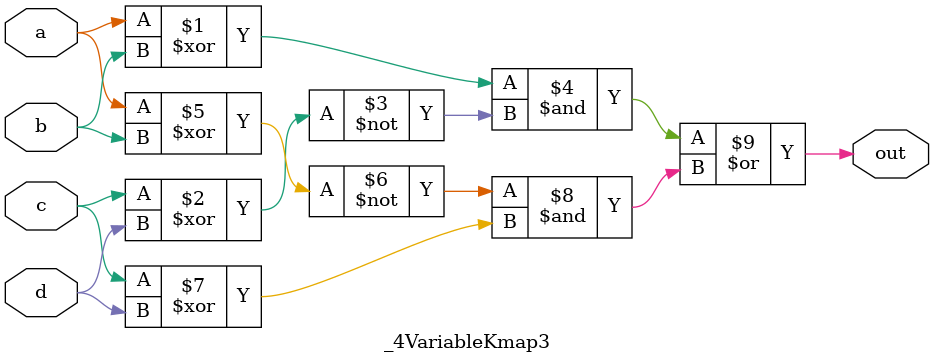
<source format=v>


module _4VariableKmap3
(
  input a,
  input b,
  input c,
  input d,
  output out
);

  assign out = (a ^ b) & ~(c ^ d) | ~(a ^ b) & (c ^ d);

endmodule


</source>
